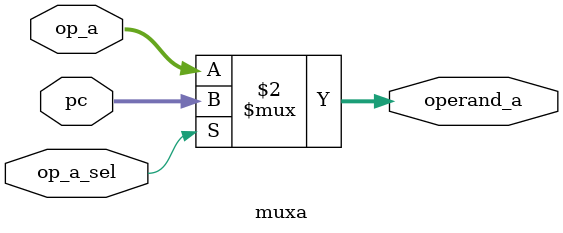
<source format=sv>
module muxa(
	input logic [31:0] op_a,
	input logic [31:0] pc,
	input logic op_a_sel,
	output logic [31:0] operand_a
);

assign operand_a = (op_a_sel == 1) ? pc : op_a;

endmodule

</source>
